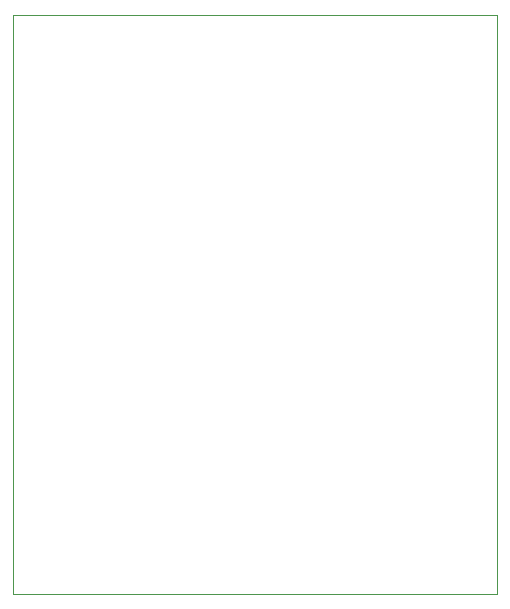
<source format=gko>
G04 #@! TF.GenerationSoftware,KiCad,Pcbnew,5.1.5*
G04 #@! TF.CreationDate,2020-02-24T18:23:28+03:00*
G04 #@! TF.ProjectId,max3421eboard,6d617833-3432-4316-9562-6f6172642e6b,rev?*
G04 #@! TF.SameCoordinates,PX112a880PY2cd29c0*
G04 #@! TF.FileFunction,Profile,NP*
%FSLAX46Y46*%
G04 Gerber Fmt 4.6, Leading zero omitted, Abs format (unit mm)*
G04 Created by KiCad (PCBNEW 5.1.5) date 2020-02-24 18:23:28*
%MOMM*%
%LPD*%
G04 APERTURE LIST*
%ADD10C,0.100000*%
G04 APERTURE END LIST*
D10*
X41000000Y-49000000D02*
X0Y-49000000D01*
X41000000Y0D02*
X41000000Y-49000000D01*
X0Y10000D02*
X41000000Y0D01*
X0Y-49000000D02*
X0Y10000D01*
M02*

</source>
